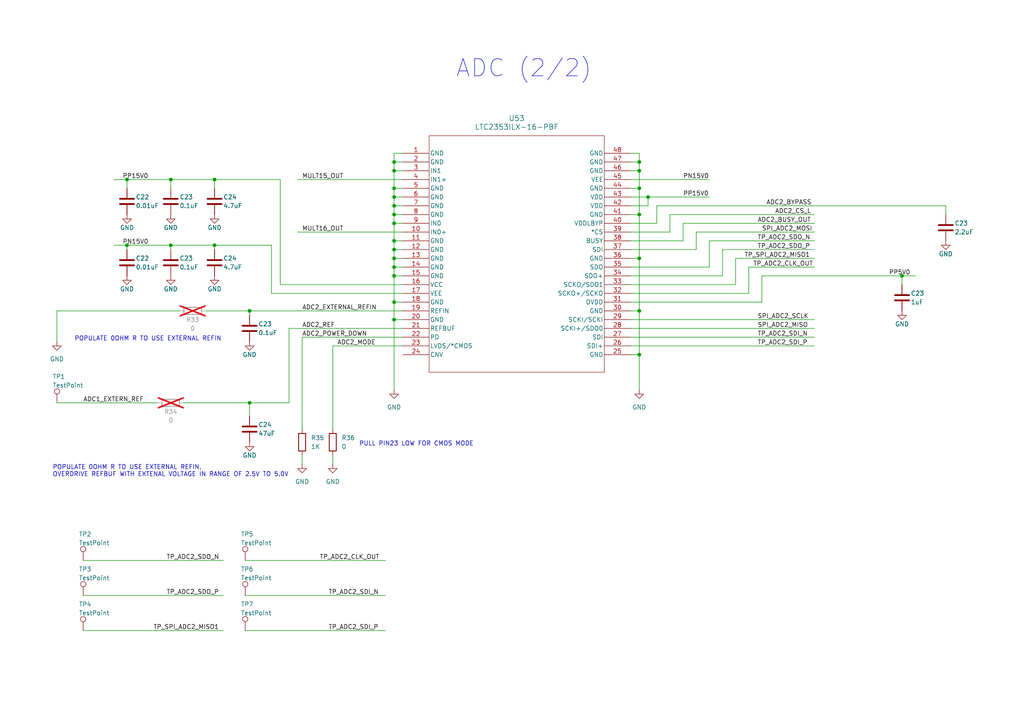
<source format=kicad_sch>
(kicad_sch (version 20230121) (generator eeschema)
  (paper "A4")
  (lib_symbols
    (symbol "Connector:TestPoint" (pin_numbers hide) (pin_names (offset 0.762) hide)
      (property "Reference" "TP" (at 0 6.858 0))
      (property "Value" "TestPoint" (at 0 5.08 0))
      (symbol "TestPoint_0_1"
        (circle (center 0 3.302) (radius 0.762))
      )
      (symbol "TestPoint_1_1"
        (pin passive line (at 0 0 90) (length 2.54) (name "1") (number "1"))
      )
    )
    (symbol "Device:C" (pin_numbers hide) (pin_names (offset 0.254))
      (property "Reference" "C" (at 0.635 2.54 0))
      (property "Value" "C" (at 0.635 -2.54 0))
      (symbol "C_0_1"
        (polyline (pts (xy -2.032 -0.762) (xy 2.032 -0.762)) (stroke (width 0.508)))
        (polyline (pts (xy -2.032 0.762) (xy 2.032 0.762)) (stroke (width 0.508)))
      )
      (symbol "C_1_1"
        (pin passive line (at 0 3.81 270) (length 2.794) (name "~") (number "1"))
        (pin passive line (at 0 -3.81 90) (length 2.794) (name "~") (number "2"))
      )
    )
    (symbol "Device:R" (pin_numbers hide) (pin_names (offset 0))
      (property "Reference" "R" (at 2.032 0 90))
      (property "Value" "R" (at 0 0 90))
      (symbol "R_0_1"
        (rectangle (start -1.016 -2.54) (end 1.016 2.54) (stroke (width 0.254)))
      )
      (symbol "R_1_1"
        (pin passive line (at 0 3.81 270) (length 1.27) (name "~") (number "1"))
        (pin passive line (at 0 -3.81 90) (length 1.27) (name "~") (number "2"))
      )
    )
    (symbol "LTC2353ILX-16-PBF:LTC2353ILX-16-PBF" (pin_names (offset 0.254))
      (property "Reference" "U" (at 33.02 10.16 0))
      (property "Value" "LTC2353ILX-16-PBF" (at 33.02 7.62 0))
      (symbol "LTC2353ILX-16-PBF_0_1"
        (polyline (pts (xy 7.62 -63.5) (xy 58.42 -63.5)) (stroke (width 0.127)))
        (polyline (pts (xy 7.62 5.08) (xy 7.62 -63.5)) (stroke (width 0.127)))
        (polyline (pts (xy 58.42 -63.5) (xy 58.42 5.08)) (stroke (width 0.127)))
        (polyline (pts (xy 58.42 5.08) (xy 7.62 5.08)) (stroke (width 0.127)))
        (pin power_out line (at 0 0 0) (length 7.62) (name "GND") (number "1"))
        (pin bidirectional line (at 0 -22.86 0) (length 7.62) (name "IN0+") (number "10"))
        (pin power_out line (at 0 -25.4 0) (length 7.62) (name "GND") (number "11"))
        (pin power_out line (at 0 -27.94 0) (length 7.62) (name "GND") (number "12"))
        (pin power_out line (at 0 -30.48 0) (length 7.62) (name "GND") (number "13"))
        (pin power_out line (at 0 -33.02 0) (length 7.62) (name "GND") (number "14"))
        (pin power_out line (at 0 -35.56 0) (length 7.62) (name "GND") (number "15"))
        (pin power_in line (at 0 -38.1 0) (length 7.62) (name "VCC") (number "16"))
        (pin power_in line (at 0 -40.64 0) (length 7.62) (name "VEE") (number "17"))
        (pin power_out line (at 0 -43.18 0) (length 7.62) (name "GND") (number "18"))
        (pin unspecified line (at 0 -45.72 0) (length 7.62) (name "REFIN") (number "19"))
        (pin power_out line (at 0 -2.54 0) (length 7.62) (name "GND") (number "2"))
        (pin power_out line (at 0 -48.26 0) (length 7.62) (name "GND") (number "20"))
        (pin unspecified line (at 0 -50.8 0) (length 7.62) (name "REFBUF") (number "21"))
        (pin unspecified line (at 0 -53.34 0) (length 7.62) (name "PD") (number "22"))
        (pin unspecified line (at 0 -55.88 0) (length 7.62) (name "LVDS/*CMOS") (number "23"))
        (pin unspecified line (at 0 -58.42 0) (length 7.62) (name "CNV") (number "24"))
        (pin power_out line (at 66.04 -58.42 180) (length 7.62) (name "GND") (number "25"))
        (pin unspecified line (at 66.04 -55.88 180) (length 7.62) (name "SDI+") (number "26"))
        (pin unspecified line (at 66.04 -53.34 180) (length 7.62) (name "SDI") (number "27"))
        (pin unspecified line (at 66.04 -50.8 180) (length 7.62) (name "SCKI+/SDO0") (number "28"))
        (pin unspecified line (at 66.04 -48.26 180) (length 7.62) (name "SCKI/SCKI") (number "29"))
        (pin input line (at 0 -5.08 0) (length 7.62) (name "IN1") (number "3"))
        (pin power_out line (at 66.04 -45.72 180) (length 7.62) (name "GND") (number "30"))
        (pin power_in line (at 66.04 -43.18 180) (length 7.62) (name "OVDD") (number "31"))
        (pin unspecified line (at 66.04 -40.64 180) (length 7.62) (name "SCKO+/SCKO") (number "32"))
        (pin unspecified line (at 66.04 -38.1 180) (length 7.62) (name "SCKO/SDO1") (number "33"))
        (pin unspecified line (at 66.04 -35.56 180) (length 7.62) (name "SDO+") (number "34"))
        (pin unspecified line (at 66.04 -33.02 180) (length 7.62) (name "SDO") (number "35"))
        (pin power_out line (at 66.04 -30.48 180) (length 7.62) (name "GND") (number "36"))
        (pin unspecified line (at 66.04 -27.94 180) (length 7.62) (name "SDI") (number "37"))
        (pin unspecified line (at 66.04 -25.4 180) (length 7.62) (name "BUSY") (number "38"))
        (pin unspecified line (at 66.04 -22.86 180) (length 7.62) (name "*CS") (number "39"))
        (pin input line (at 0 -7.62 0) (length 7.62) (name "IN1+") (number "4"))
        (pin power_in line (at 66.04 -20.32 180) (length 7.62) (name "VDDLBYP") (number "40"))
        (pin power_out line (at 66.04 -17.78 180) (length 7.62) (name "GND") (number "41"))
        (pin power_in line (at 66.04 -15.24 180) (length 7.62) (name "VDD") (number "42"))
        (pin power_in line (at 66.04 -12.7 180) (length 7.62) (name "VDD") (number "43"))
        (pin power_out line (at 66.04 -10.16 180) (length 7.62) (name "GND") (number "44"))
        (pin power_in line (at 66.04 -7.62 180) (length 7.62) (name "VEE") (number "45"))
        (pin power_out line (at 66.04 -5.08 180) (length 7.62) (name "GND") (number "46"))
        (pin power_out line (at 66.04 -2.54 180) (length 7.62) (name "GND") (number "47"))
        (pin power_out line (at 66.04 0 180) (length 7.62) (name "GND") (number "48"))
        (pin power_out line (at 0 -10.16 0) (length 7.62) (name "GND") (number "5"))
        (pin power_out line (at 0 -12.7 0) (length 7.62) (name "GND") (number "6"))
        (pin power_out line (at 0 -15.24 0) (length 7.62) (name "GND") (number "7"))
        (pin power_out line (at 0 -17.78 0) (length 7.62) (name "GND") (number "8"))
        (pin bidirectional line (at 0 -20.32 0) (length 7.62) (name "IN0") (number "9"))
      )
    )
    (symbol "power:GND" (power) (pin_names (offset 0))
      (property "Value" "GND" (at 0 -3.81 0))
      (symbol "GND_0_1"
        (polyline (pts (xy 0 0) (xy 0 -1.27) (xy 1.27 -1.27) (xy 0 -2.54) (xy -1.27 -1.27) (xy 0 -1.27)))
      )
      (symbol "GND_1_1"
        (pin power_in line (at 0 0 270) (length 0) hide (name "GND") (number "1"))
      )
    )
  )
  (junction (at 114.3 49.53))
  (junction (at 36.83 71.12))
  (junction (at 49.53 71.12))
  (junction (at 185.42 54.61))
  (junction (at 114.3 72.39))
  (junction (at 185.42 74.93))
  (junction (at 187.96 57.15))
  (junction (at 185.42 62.23))
  (junction (at 114.3 64.77))
  (junction (at 72.39 116.84))
  (junction (at 185.42 49.53))
  (junction (at 62.23 71.12))
  (junction (at 36.83 52.07))
  (junction (at 114.3 59.69))
  (junction (at 114.3 92.71))
  (junction (at 114.3 74.93))
  (junction (at 114.3 87.63))
  (junction (at 114.3 77.47))
  (junction (at 185.42 102.87))
  (junction (at 49.53 52.07))
  (junction (at 114.3 80.01))
  (junction (at 185.42 46.99))
  (junction (at 62.23 52.07))
  (junction (at 114.3 69.85))
  (junction (at 114.3 54.61))
  (junction (at 185.42 90.17))
  (junction (at 72.39 90.17))
  (junction (at 114.3 57.15))
  (junction (at 114.3 46.99))
  (junction (at 261.62 80.01))
  (junction (at 114.3 62.23))
  (wire (pts (xy 72.39 116.84) (xy 83.82 116.84)))
  (wire (pts (xy 114.3 77.47) (xy 116.84 77.47)))
  (wire (pts (xy 213.36 74.93) (xy 236.22 74.93)))
  (wire (pts (xy 36.83 52.07) (xy 49.53 52.07)))
  (wire (pts (xy 114.3 59.69) (xy 114.3 62.23)))
  (wire (pts (xy 62.23 71.12) (xy 78.74 71.12)))
  (wire (pts (xy 114.3 57.15) (xy 114.3 59.69)))
  (wire (pts (xy 96.52 100.33) (xy 116.84 100.33)))
  (wire (pts (xy 182.88 85.09) (xy 217.17 85.09)))
  (wire (pts (xy 182.88 100.33) (xy 236.22 100.33)))
  (wire (pts (xy 114.3 74.93) (xy 116.84 74.93)))
  (wire (pts (xy 182.88 90.17) (xy 185.42 90.17)))
  (wire (pts (xy 78.74 85.09) (xy 116.84 85.09)))
  (wire (pts (xy 182.88 87.63) (xy 220.98 87.63)))
  (wire (pts (xy 114.3 72.39) (xy 116.84 72.39)))
  (wire (pts (xy 182.88 52.07) (xy 205.74 52.07)))
  (wire (pts (xy 114.3 49.53) (xy 116.84 49.53)))
  (wire (pts (xy 114.3 62.23) (xy 114.3 64.77)))
  (wire (pts (xy 71.12 182.88) (xy 111.76 182.88)))
  (wire (pts (xy 182.88 77.47) (xy 205.74 77.47)))
  (wire (pts (xy 205.74 69.85) (xy 205.74 77.47)))
  (wire (pts (xy 53.34 116.84) (xy 72.39 116.84)))
  (wire (pts (xy 182.88 54.61) (xy 185.42 54.61)))
  (wire (pts (xy 72.39 90.17) (xy 116.84 90.17)))
  (wire (pts (xy 220.98 87.63) (xy 220.98 80.01)))
  (wire (pts (xy 87.63 97.79) (xy 116.84 97.79)))
  (wire (pts (xy 81.28 82.55) (xy 116.84 82.55)))
  (wire (pts (xy 114.3 80.01) (xy 116.84 80.01)))
  (wire (pts (xy 114.3 64.77) (xy 116.84 64.77)))
  (wire (pts (xy 190.5 64.77) (xy 190.5 59.69)))
  (wire (pts (xy 185.42 90.17) (xy 185.42 102.87)))
  (wire (pts (xy 209.55 72.39) (xy 236.22 72.39)))
  (wire (pts (xy 114.3 49.53) (xy 114.3 54.61)))
  (wire (pts (xy 201.93 67.31) (xy 236.22 67.31)))
  (wire (pts (xy 217.17 85.09) (xy 217.17 77.47)))
  (wire (pts (xy 49.53 52.07) (xy 49.53 54.61)))
  (wire (pts (xy 198.12 69.85) (xy 198.12 64.77)))
  (wire (pts (xy 182.88 46.99) (xy 185.42 46.99)))
  (wire (pts (xy 16.51 99.06) (xy 16.51 90.17)))
  (wire (pts (xy 194.31 67.31) (xy 194.31 62.23)))
  (wire (pts (xy 182.88 67.31) (xy 194.31 67.31)))
  (wire (pts (xy 116.84 44.45) (xy 114.3 44.45)))
  (wire (pts (xy 182.88 95.25) (xy 236.22 95.25)))
  (wire (pts (xy 114.3 44.45) (xy 114.3 46.99)))
  (wire (pts (xy 59.69 90.17) (xy 72.39 90.17)))
  (wire (pts (xy 201.93 72.39) (xy 201.93 67.31)))
  (wire (pts (xy 49.53 71.12) (xy 49.53 72.39)))
  (wire (pts (xy 182.88 80.01) (xy 209.55 80.01)))
  (wire (pts (xy 71.12 172.72) (xy 111.76 172.72)))
  (wire (pts (xy 261.62 80.01) (xy 265.43 80.01)))
  (wire (pts (xy 96.52 132.08) (xy 96.52 134.62)))
  (wire (pts (xy 114.3 69.85) (xy 114.3 72.39)))
  (wire (pts (xy 33.02 52.07) (xy 36.83 52.07)))
  (wire (pts (xy 261.62 80.01) (xy 261.62 82.55)))
  (wire (pts (xy 49.53 52.07) (xy 62.23 52.07)))
  (wire (pts (xy 62.23 52.07) (xy 81.28 52.07)))
  (wire (pts (xy 87.63 97.79) (xy 87.63 124.46)))
  (wire (pts (xy 87.63 132.08) (xy 87.63 134.62)))
  (wire (pts (xy 182.88 92.71) (xy 236.22 92.71)))
  (wire (pts (xy 185.42 54.61) (xy 185.42 62.23)))
  (wire (pts (xy 182.88 59.69) (xy 187.96 59.69)))
  (wire (pts (xy 182.88 49.53) (xy 185.42 49.53)))
  (wire (pts (xy 114.3 46.99) (xy 114.3 49.53)))
  (wire (pts (xy 194.31 62.23) (xy 236.22 62.23)))
  (wire (pts (xy 96.52 124.46) (xy 96.52 100.33)))
  (wire (pts (xy 86.36 52.07) (xy 116.84 52.07)))
  (wire (pts (xy 185.42 102.87) (xy 185.42 113.03)))
  (wire (pts (xy 182.88 64.77) (xy 190.5 64.77)))
  (wire (pts (xy 24.13 182.88) (xy 64.77 182.88)))
  (wire (pts (xy 213.36 82.55) (xy 213.36 74.93)))
  (wire (pts (xy 114.3 92.71) (xy 114.3 113.03)))
  (wire (pts (xy 198.12 64.77) (xy 236.22 64.77)))
  (wire (pts (xy 16.51 90.17) (xy 52.07 90.17)))
  (wire (pts (xy 36.83 52.07) (xy 36.83 54.61)))
  (wire (pts (xy 24.13 172.72) (xy 64.77 172.72)))
  (wire (pts (xy 49.53 71.12) (xy 62.23 71.12)))
  (wire (pts (xy 114.3 54.61) (xy 116.84 54.61)))
  (wire (pts (xy 114.3 62.23) (xy 116.84 62.23)))
  (wire (pts (xy 182.88 74.93) (xy 185.42 74.93)))
  (wire (pts (xy 16.51 116.84) (xy 45.72 116.84)))
  (wire (pts (xy 36.83 71.12) (xy 36.83 72.39)))
  (wire (pts (xy 182.88 82.55) (xy 213.36 82.55)))
  (wire (pts (xy 185.42 74.93) (xy 185.42 90.17)))
  (wire (pts (xy 185.42 49.53) (xy 185.42 54.61)))
  (wire (pts (xy 182.88 62.23) (xy 185.42 62.23)))
  (wire (pts (xy 83.82 95.25) (xy 83.82 116.84)))
  (wire (pts (xy 185.42 44.45) (xy 185.42 46.99)))
  (wire (pts (xy 114.3 69.85) (xy 116.84 69.85)))
  (wire (pts (xy 78.74 85.09) (xy 78.74 71.12)))
  (wire (pts (xy 182.88 69.85) (xy 198.12 69.85)))
  (wire (pts (xy 185.42 62.23) (xy 185.42 74.93)))
  (wire (pts (xy 24.13 162.56) (xy 64.77 162.56)))
  (wire (pts (xy 72.39 120.65) (xy 72.39 116.84)))
  (wire (pts (xy 114.3 57.15) (xy 116.84 57.15)))
  (wire (pts (xy 114.3 46.99) (xy 116.84 46.99)))
  (wire (pts (xy 114.3 87.63) (xy 114.3 92.71)))
  (wire (pts (xy 114.3 72.39) (xy 114.3 74.93)))
  (wire (pts (xy 187.96 59.69) (xy 187.96 57.15)))
  (wire (pts (xy 190.5 59.69) (xy 274.32 59.69)))
  (wire (pts (xy 182.88 72.39) (xy 201.93 72.39)))
  (wire (pts (xy 114.3 77.47) (xy 114.3 80.01)))
  (wire (pts (xy 72.39 90.17) (xy 72.39 91.44)))
  (wire (pts (xy 217.17 77.47) (xy 236.22 77.47)))
  (wire (pts (xy 62.23 71.12) (xy 62.23 72.39)))
  (wire (pts (xy 114.3 80.01) (xy 114.3 87.63)))
  (wire (pts (xy 114.3 87.63) (xy 116.84 87.63)))
  (wire (pts (xy 36.83 71.12) (xy 49.53 71.12)))
  (wire (pts (xy 71.12 162.56) (xy 111.76 162.56)))
  (wire (pts (xy 86.36 67.31) (xy 116.84 67.31)))
  (wire (pts (xy 205.74 69.85) (xy 236.22 69.85)))
  (wire (pts (xy 182.88 102.87) (xy 185.42 102.87)))
  (wire (pts (xy 81.28 52.07) (xy 81.28 82.55)))
  (wire (pts (xy 209.55 80.01) (xy 209.55 72.39)))
  (wire (pts (xy 114.3 54.61) (xy 114.3 57.15)))
  (wire (pts (xy 62.23 52.07) (xy 62.23 54.61)))
  (wire (pts (xy 182.88 57.15) (xy 187.96 57.15)))
  (wire (pts (xy 114.3 74.93) (xy 114.3 77.47)))
  (wire (pts (xy 114.3 92.71) (xy 116.84 92.71)))
  (wire (pts (xy 182.88 44.45) (xy 185.42 44.45)))
  (wire (pts (xy 114.3 59.69) (xy 116.84 59.69)))
  (wire (pts (xy 187.96 57.15) (xy 205.74 57.15)))
  (wire (pts (xy 220.98 80.01) (xy 261.62 80.01)))
  (wire (pts (xy 33.02 71.12) (xy 36.83 71.12)))
  (wire (pts (xy 274.32 59.69) (xy 274.32 62.23)))
  (wire (pts (xy 83.82 95.25) (xy 116.84 95.25)))
  (wire (pts (xy 185.42 46.99) (xy 185.42 49.53)))
  (wire (pts (xy 114.3 64.77) (xy 114.3 69.85)))
  (wire (pts (xy 182.88 97.79) (xy 236.22 97.79)))
  (text "POPULATE 0OHM R TO USE EXTERNAL REFIN" (at 21.59 99.06 0) (effects (font (size 1.27 1.27)) (justify left bottom)))
  (text "POPULATE 0OHM R TO USE EXTERNAL REFIN.\nOVERDRIVE REFBUF WITH EXTENAL VOLTAGE IN RANGE OF 2.5V TO 5.0V" (at 15.24 138.43 0) (effects (font (size 1.27 1.27)) (justify left bottom)))
  (text "PULL PIN23 LOW FOR CMOS MODE" (at 104.14 129.54 0) (effects (font (size 1.27 1.27)) (justify left bottom)))
  (text "ADC (2/2)" (at 132.08 22.86 0) (effects (font (size 5 5)) (justify left bottom)))
  (label "TP_ADC2_SDI_N" (at 95.25 172.72 0))
  (label "TP_ADC2_SDI_P" (at 95.25 182.88 0))
  (label "TP_SPI_ADC2_MISO1" (at 44.45 182.88 0))
  (label "SPI_ADC2_MOSI" (at 220.98 67.31 0))
  (label "SPI_ADC2_SCLK" (at 219.71 92.71 0))
  (label "TP_ADC2_SDO_N" (at 219.71 69.85 0))
  (label "PP15V0" (at 198.12 57.15 0))
  (label "MULT16_OUT" (at 87.63 67.31 0))
  (label "ADC2_BYPASS" (at 222.25 59.69 0))
  (label "ADC2_POWER_DOWN" (at 87.63 97.79 0))
  (label "TP_ADC2_SDO_N" (at 48.26 162.56 0))
  (label "TP_ADC2_SDI_P" (at 219.71 100.33 0))
  (label "PN15V0" (at 198.12 52.07 0))
  (label "ADC2_BUSY_OUT" (at 219.71 64.77 0))
  (label "TP_ADC2_SDO_P" (at 219.71 72.39 0))
  (label "TP_SPI_ADC2_MISO1" (at 215.9 74.93 0))
  (label "PP5V0" (at 257.81 80.01 0))
  (label "PP15V0" (at 35.56 52.07 0))
  (label "TP_ADC2_SDI_N" (at 219.71 97.79 0))
  (label "TP_ADC2_CLK_OUT" (at 92.71 162.56 0))
  (label "SPI_ADC2_MISO" (at 219.71 95.25 0))
  (label "TP_ADC2_SDO_P" (at 48.26 172.72 0))
  (label "ADC2_EXTERNAL_REFIN" (at 87.63 90.17 0))
  (label "TP_ADC2_CLK_OUT" (at 218.44 77.47 0))
  (label "MULT15_OUT" (at 87.63 52.07 0))
  (label "ADC1_EXTERN_REF" (at 24.13 116.84 0))
  (label "ADC2_CS_L" (at 224.79 62.23 0))
  (label "PN15V0" (at 35.56 71.12 0))
  (label "ADC2_REF" (at 87.63 95.25 0))
  (label "ADC2_MODE" (at 97.79 100.33 0))
  (symbol (lib_id "power:GND") (at 49.53 62.23 0) (unit 1)
    (property "Reference" "#PWR035" (effects hide))
    (property "Value" "GND" (at 49.53 66.04 0))
    (instances (project "fydp" (path "" (reference "#PWR035") (unit 1)) (path "" (reference "#PWR070") (unit 1)) (path "" (reference "#PWR0106") (unit 1)) (path "" (reference "#PWR0142") (unit 1)) (path "" (reference "#PWR0214") (unit 1)) (path "" (reference "#PWR0178") (unit 1)) (path "" (reference "#PWR0250") (unit 1)) (path "" (reference "#PWR0286") (unit 1)) (path "" (reference "#PWR0100") (unit 1)) (path "" (reference "#PWR0311") (unit 1))))
  )
  (symbol (lib_id "power:GND") (at 49.53 80.01 0) (unit 1)
    (property "Reference" "#PWR035" (effects hide))
    (property "Value" "GND" (at 49.53 83.82 0))
    (instances (project "fydp" (path "" (reference "#PWR035") (unit 1)) (path "" (reference "#PWR070") (unit 1)) (path "" (reference "#PWR0106") (unit 1)) (path "" (reference "#PWR0142") (unit 1)) (path "" (reference "#PWR0214") (unit 1)) (path "" (reference "#PWR0178") (unit 1)) (path "" (reference "#PWR0250") (unit 1)) (path "" (reference "#PWR0286") (unit 1)) (path "" (reference "#PWR0171") (unit 1)) (path "" (reference "#PWR0312") (unit 1))))
  )
  (symbol (lib_id "Connector:TestPoint") (at 71.12 162.56 0) (unit 1)
    (property "Reference" "TP5" (at 69.85 154.94 0) (effects (justify left)))
    (property "Value" "TestPoint" (at 69.85 157.48 0) (effects (justify left)))
    (property "Footprint" "TestPoint:TestPoint_Pad_1.0x1.0mm" (effects hide))
    (instances (project "fydp" (path "" (reference "TP5") (unit 1)) (path "" (reference "TP12") (unit 1))))
  )
  (symbol (lib_id "Device:C") (at 261.62 86.36 0) (unit 1)
    (property "Reference" "C23" (at 264.16 85.09 0) (effects (justify left)))
    (property "Value" "1uF" (at 264.16 87.63 0) (effects (justify left)))
    (property "Footprint" "Capacitor_SMD:C_0805_2012Metric" (effects hide))
    (instances (project "fydp" (path "" (reference "C23") (unit 1)) (path "" (reference "C46") (unit 1)) (path "" (reference "C70") (unit 1)) (path "" (reference "C94") (unit 1)) (path "" (reference "C142") (unit 1)) (path "" (reference "C118") (unit 1)) (path "" (reference "C166") (unit 1)) (path "" (reference "C190") (unit 1)) (path "" (reference "C214") (unit 1)) (path "" (reference "C223") (unit 1))))
  )
  (symbol (lib_id "Device:C") (at 36.83 58.42 0) (unit 1)
    (property "Reference" "C22" (at 39.37 57.15 0) (effects (justify left)))
    (property "Value" "0.01uF" (at 39.37 59.69 0) (effects (justify left)))
    (property "Footprint" "Capacitor_SMD:C_0805_2012Metric" (effects hide))
    (instances (project "fydp" (path "" (reference "C22") (unit 1)) (path "" (reference "C44") (unit 1)) (path "" (reference "C68") (unit 1)) (path "" (reference "C92") (unit 1)) (path "" (reference "C140") (unit 1)) (path "" (reference "C116") (unit 1)) (path "" (reference "C164") (unit 1)) (path "" (reference "C188") (unit 1)) (path "" (reference "C205") (unit 1)) (path "" (reference "C215") (unit 1))))
  )
  (symbol (lib_id "Device:R") (at 96.52 128.27 0) (unit 1)
    (property "Reference" "R36" (at 99.06 127 0) (effects (justify left)))
    (property "Value" "0" (at 99.06 129.54 0) (effects (justify left)))
    (property "Footprint" "Resistor_SMD:R_0805_2012Metric" (effects hide))
    (instances (project "fydp" (path "" (reference "R36") (unit 1)) (path "" (reference "R40") (unit 1))))
  )
  (symbol (lib_id "power:GND") (at 62.23 62.23 0) (unit 1)
    (property "Reference" "#PWR036" (effects hide))
    (property "Value" "GND" (at 62.23 66.04 0))
    (instances (project "fydp" (path "" (reference "#PWR036") (unit 1)) (path "" (reference "#PWR072") (unit 1)) (path "" (reference "#PWR0108") (unit 1)) (path "" (reference "#PWR0144") (unit 1)) (path "" (reference "#PWR0216") (unit 1)) (path "" (reference "#PWR0180") (unit 1)) (path "" (reference "#PWR0252") (unit 1)) (path "" (reference "#PWR0288") (unit 1)) (path "" (reference "#PWR0135") (unit 1)) (path "" (reference "#PWR0313") (unit 1))))
  )
  (symbol (lib_id "power:GND") (at 274.32 69.85 0) (unit 1)
    (property "Reference" "#PWR035" (effects hide))
    (property "Value" "GND" (at 274.32 73.66 0))
    (instances (project "fydp" (path "" (reference "#PWR035") (unit 1)) (path "" (reference "#PWR070") (unit 1)) (path "" (reference "#PWR0106") (unit 1)) (path "" (reference "#PWR0142") (unit 1)) (path "" (reference "#PWR0214") (unit 1)) (path "" (reference "#PWR0178") (unit 1)) (path "" (reference "#PWR0250") (unit 1)) (path "" (reference "#PWR0286") (unit 1)) (path "" (reference "#PWR0306") (unit 1)) (path "" (reference "#PWR0322") (unit 1))))
  )
  (symbol (lib_id "power:GND") (at 36.83 62.23 0) (unit 1)
    (property "Reference" "#PWR034" (effects hide))
    (property "Value" "GND" (at 36.83 66.04 0))
    (instances (project "fydp" (path "" (reference "#PWR034") (unit 1)) (path "" (reference "#PWR068") (unit 1)) (path "" (reference "#PWR0104") (unit 1)) (path "" (reference "#PWR0140") (unit 1)) (path "" (reference "#PWR0212") (unit 1)) (path "" (reference "#PWR0176") (unit 1)) (path "" (reference "#PWR0248") (unit 1)) (path "" (reference "#PWR0284") (unit 1)) (path "" (reference "#PWR099") (unit 1)) (path "" (reference "#PWR0309") (unit 1))))
  )
  (symbol (lib_id "Device:R") (at 49.53 116.84 270) (unit 1) (dnp yes)
    (property "Reference" "R34" (at 49.53 119.38 90))
    (property "Value" "0" (at 49.53 121.92 90))
    (property "Footprint" "Resistor_SMD:R_0805_2012Metric" (effects hide))
    (instances (project "fydp" (path "" (reference "R34") (unit 1)) (path "" (reference "R37") (unit 1))))
  )
  (symbol (lib_id "power:GND") (at 16.51 99.06 0) (unit 1)
    (property "Reference" "#PWR0208" (effects hide))
    (property "Value" "GND" (at 16.51 104.14 0))
    (instances (project "fydp" (path "" (reference "#PWR0208") (unit 1)) (path "" (reference "#PWR0308") (unit 1))))
  )
  (symbol (lib_id "Connector:TestPoint") (at 16.51 116.84 0) (unit 1)
    (property "Reference" "TP1" (at 15.24 109.22 0) (effects (justify left)))
    (property "Value" "TestPoint" (at 15.24 111.76 0) (effects (justify left)))
    (property "Footprint" "TestPoint:TestPoint_Pad_1.0x1.0mm" (effects hide))
    (instances (project "fydp" (path "" (reference "TP1") (unit 1)) (path "" (reference "TP8") (unit 1))))
  )
  (symbol (lib_id "power:GND") (at 185.42 113.03 0) (unit 1)
    (property "Reference" "#PWR0305" (effects hide))
    (property "Value" "GND" (at 185.42 118.11 0))
    (instances (project "fydp" (path "" (reference "#PWR0305") (unit 1)) (path "" (reference "#PWR0320") (unit 1))))
  )
  (symbol (lib_id "power:GND") (at 114.3 113.03 0) (unit 1)
    (property "Reference" "#PWR0244" (effects hide))
    (property "Value" "GND" (at 114.3 118.11 0))
    (instances (project "fydp" (path "" (reference "#PWR0244") (unit 1)) (path "" (reference "#PWR0319") (unit 1))))
  )
  (symbol (lib_id "Connector:TestPoint") (at 24.13 162.56 0) (unit 1)
    (property "Reference" "TP2" (at 22.86 154.94 0) (effects (justify left)))
    (property "Value" "TestPoint" (at 22.86 157.48 0) (effects (justify left)))
    (property "Footprint" "TestPoint:TestPoint_Pad_1.0x1.0mm" (effects hide))
    (instances (project "fydp" (path "" (reference "TP2") (unit 1)) (path "" (reference "TP9") (unit 1))))
  )
  (symbol (lib_id "Connector:TestPoint") (at 71.12 172.72 0) (unit 1)
    (property "Reference" "TP6" (at 69.85 165.1 0) (effects (justify left)))
    (property "Value" "TestPoint" (at 69.85 167.64 0) (effects (justify left)))
    (property "Footprint" "TestPoint:TestPoint_Pad_1.0x1.0mm" (effects hide))
    (instances (project "fydp" (path "" (reference "TP6") (unit 1)) (path "" (reference "TP13") (unit 1))))
  )
  (symbol (lib_id "Device:C") (at 62.23 76.2 0) (unit 1)
    (property "Reference" "C24" (at 64.77 74.93 0) (effects (justify left)))
    (property "Value" "4.7uF" (at 64.77 77.47 0) (effects (justify left)))
    (property "Footprint" "Capacitor_SMD:C_0805_2012Metric" (effects hide))
    (instances (project "fydp" (path "" (reference "C24") (unit 1)) (path "" (reference "C48") (unit 1)) (path "" (reference "C72") (unit 1)) (path "" (reference "C96") (unit 1)) (path "" (reference "C144") (unit 1)) (path "" (reference "C120") (unit 1)) (path "" (reference "C168") (unit 1)) (path "" (reference "C192") (unit 1)) (path "" (reference "C210") (unit 1)) (path "" (reference "C220") (unit 1))))
  )
  (symbol (lib_id "power:GND") (at 87.63 134.62 0) (unit 1)
    (property "Reference" "#PWR0279" (effects hide))
    (property "Value" "GND" (at 87.63 139.7 0))
    (instances (project "fydp" (path "" (reference "#PWR0279") (unit 1)) (path "" (reference "#PWR0317") (unit 1))))
  )
  (symbol (lib_id "Device:R") (at 55.88 90.17 270) (unit 1) (dnp yes)
    (property "Reference" "R33" (at 55.88 92.71 90))
    (property "Value" "0" (at 55.88 95.25 90))
    (property "Footprint" "Resistor_SMD:R_0805_2012Metric" (effects hide))
    (instances (project "fydp" (path "" (reference "R33") (unit 1)) (path "" (reference "R38") (unit 1))))
  )
  (symbol (lib_id "power:GND") (at 36.83 80.01 0) (unit 1)
    (property "Reference" "#PWR034" (effects hide))
    (property "Value" "GND" (at 36.83 83.82 0))
    (instances (project "fydp" (path "" (reference "#PWR034") (unit 1)) (path "" (reference "#PWR068") (unit 1)) (path "" (reference "#PWR0104") (unit 1)) (path "" (reference "#PWR0140") (unit 1)) (path "" (reference "#PWR0212") (unit 1)) (path "" (reference "#PWR0176") (unit 1)) (path "" (reference "#PWR0248") (unit 1)) (path "" (reference "#PWR0284") (unit 1)) (path "" (reference "#PWR0136") (unit 1)) (path "" (reference "#PWR0310") (unit 1))))
  )
  (symbol (lib_id "power:GND") (at 261.62 90.17 0) (unit 1)
    (property "Reference" "#PWR035" (effects hide))
    (property "Value" "GND" (at 261.62 93.98 0))
    (instances (project "fydp" (path "" (reference "#PWR035") (unit 1)) (path "" (reference "#PWR070") (unit 1)) (path "" (reference "#PWR0106") (unit 1)) (path "" (reference "#PWR0142") (unit 1)) (path "" (reference "#PWR0214") (unit 1)) (path "" (reference "#PWR0178") (unit 1)) (path "" (reference "#PWR0250") (unit 1)) (path "" (reference "#PWR0286") (unit 1)) (path "" (reference "#PWR0307") (unit 1)) (path "" (reference "#PWR0321") (unit 1))))
  )
  (symbol (lib_id "Device:C") (at 49.53 76.2 0) (unit 1)
    (property "Reference" "C23" (at 52.07 74.93 0) (effects (justify left)))
    (property "Value" "0.1uF" (at 52.07 77.47 0) (effects (justify left)))
    (property "Footprint" "Capacitor_SMD:C_0805_2012Metric" (effects hide))
    (instances (project "fydp" (path "" (reference "C23") (unit 1)) (path "" (reference "C46") (unit 1)) (path "" (reference "C70") (unit 1)) (path "" (reference "C94") (unit 1)) (path "" (reference "C142") (unit 1)) (path "" (reference "C118") (unit 1)) (path "" (reference "C166") (unit 1)) (path "" (reference "C190") (unit 1)) (path "" (reference "C209") (unit 1)) (path "" (reference "C218") (unit 1))))
  )
  (symbol (lib_id "Device:C") (at 62.23 58.42 0) (unit 1)
    (property "Reference" "C24" (at 64.77 57.15 0) (effects (justify left)))
    (property "Value" "4.7uF" (at 64.77 59.69 0) (effects (justify left)))
    (property "Footprint" "Capacitor_SMD:C_0805_2012Metric" (effects hide))
    (instances (project "fydp" (path "" (reference "C24") (unit 1)) (path "" (reference "C48") (unit 1)) (path "" (reference "C72") (unit 1)) (path "" (reference "C96") (unit 1)) (path "" (reference "C144") (unit 1)) (path "" (reference "C120") (unit 1)) (path "" (reference "C168") (unit 1)) (path "" (reference "C192") (unit 1)) (path "" (reference "C207") (unit 1)) (path "" (reference "C219") (unit 1))))
  )
  (symbol (lib_id "Device:C") (at 72.39 95.25 0) (unit 1)
    (property "Reference" "C23" (at 74.93 93.98 0) (effects (justify left)))
    (property "Value" "0.1uF" (at 74.93 96.52 0) (effects (justify left)))
    (property "Footprint" "Capacitor_SMD:C_0805_2012Metric" (effects hide))
    (instances (project "fydp" (path "" (reference "C23") (unit 1)) (path "" (reference "C46") (unit 1)) (path "" (reference "C70") (unit 1)) (path "" (reference "C94") (unit 1)) (path "" (reference "C142") (unit 1)) (path "" (reference "C118") (unit 1)) (path "" (reference "C166") (unit 1)) (path "" (reference "C190") (unit 1)) (path "" (reference "C211") (unit 1)) (path "" (reference "C221") (unit 1))))
  )
  (symbol (lib_id "Device:C") (at 36.83 76.2 0) (unit 1)
    (property "Reference" "C22" (at 39.37 74.93 0) (effects (justify left)))
    (property "Value" "0.01uF" (at 39.37 77.47 0) (effects (justify left)))
    (property "Footprint" "Capacitor_SMD:C_0805_2012Metric" (effects hide))
    (instances (project "fydp" (path "" (reference "C22") (unit 1)) (path "" (reference "C44") (unit 1)) (path "" (reference "C68") (unit 1)) (path "" (reference "C92") (unit 1)) (path "" (reference "C140") (unit 1)) (path "" (reference "C116") (unit 1)) (path "" (reference "C164") (unit 1)) (path "" (reference "C188") (unit 1)) (path "" (reference "C208") (unit 1)) (path "" (reference "C216") (unit 1))))
  )
  (symbol (lib_id "Device:C") (at 72.39 124.46 0) (unit 1)
    (property "Reference" "C24" (at 74.93 123.19 0) (effects (justify left)))
    (property "Value" "47uF" (at 74.93 125.73 0) (effects (justify left)))
    (property "Footprint" "Capacitor_SMD:C_0805_2012Metric" (effects hide))
    (instances (project "fydp" (path "" (reference "C24") (unit 1)) (path "" (reference "C48") (unit 1)) (path "" (reference "C72") (unit 1)) (path "" (reference "C96") (unit 1)) (path "" (reference "C144") (unit 1)) (path "" (reference "C120") (unit 1)) (path "" (reference "C168") (unit 1)) (path "" (reference "C192") (unit 1)) (path "" (reference "C212") (unit 1)) (path "" (reference "C222") (unit 1))))
  )
  (symbol (lib_id "power:GND") (at 72.39 128.27 0) (unit 1)
    (property "Reference" "#PWR036" (effects hide))
    (property "Value" "GND" (at 72.39 132.08 0))
    (instances (project "fydp" (path "" (reference "#PWR036") (unit 1)) (path "" (reference "#PWR072") (unit 1)) (path "" (reference "#PWR0108") (unit 1)) (path "" (reference "#PWR0144") (unit 1)) (path "" (reference "#PWR0216") (unit 1)) (path "" (reference "#PWR0180") (unit 1)) (path "" (reference "#PWR0252") (unit 1)) (path "" (reference "#PWR0288") (unit 1)) (path "" (reference "#PWR0243") (unit 1)) (path "" (reference "#PWR0316") (unit 1))))
  )
  (symbol (lib_id "LTC2353ILX-16-PBF:LTC2353ILX-16-PBF") (at 116.84 44.45 0) (unit 1)
    (property "Reference" "U53" (at 149.86 34.29 0) (effects (font (size 1.524 1.524))))
    (property "Value" "LTC2353ILX-16-PBF" (at 149.86 36.83 0) (effects (font (size 1.524 1.524))))
    (property "Footprint" "QFP_48_ADI" (effects hide))
    (property "Datasheet" "LTC2353ILX-16-PBF" (effects hide))
    (instances (project "fydp" (path "" (reference "U53") (unit 1)) (path "" (reference "U54") (unit 1))))
  )
  (symbol (lib_id "Connector:TestPoint") (at 24.13 172.72 0) (unit 1)
    (property "Reference" "TP3" (at 22.86 165.1 0) (effects (justify left)))
    (property "Value" "TestPoint" (at 22.86 167.64 0) (effects (justify left)))
    (property "Footprint" "TestPoint:TestPoint_Pad_1.0x1.0mm" (effects hide))
    (instances (project "fydp" (path "" (reference "TP3") (unit 1)) (path "" (reference "TP10") (unit 1))))
  )
  (symbol (lib_id "Connector:TestPoint") (at 71.12 182.88 0) (unit 1)
    (property "Reference" "TP7" (at 69.85 175.26 0) (effects (justify left)))
    (property "Value" "TestPoint" (at 69.85 177.8 0) (effects (justify left)))
    (property "Footprint" "TestPoint:TestPoint_Pad_1.0x1.0mm" (effects hide))
    (instances (project "fydp" (path "" (reference "TP7") (unit 1)) (path "" (reference "TP14") (unit 1))))
  )
  (symbol (lib_id "Device:R") (at 87.63 128.27 0) (unit 1)
    (property "Reference" "R35" (at 90.17 127 0) (effects (justify left)))
    (property "Value" "1K" (at 90.17 129.54 0) (effects (justify left)))
    (property "Footprint" "Resistor_SMD:R_0805_2012Metric" (effects hide))
    (instances (project "fydp" (path "" (reference "R35") (unit 1)) (path "" (reference "R39") (unit 1))))
  )
  (symbol (lib_id "Device:C") (at 274.32 66.04 0) (unit 1)
    (property "Reference" "C23" (at 276.86 64.77 0) (effects (justify left)))
    (property "Value" "2.2uF" (at 276.86 67.31 0) (effects (justify left)))
    (property "Footprint" "Capacitor_SMD:C_0805_2012Metric" (effects hide))
    (instances (project "fydp" (path "" (reference "C23") (unit 1)) (path "" (reference "C46") (unit 1)) (path "" (reference "C70") (unit 1)) (path "" (reference "C94") (unit 1)) (path "" (reference "C142") (unit 1)) (path "" (reference "C118") (unit 1)) (path "" (reference "C166") (unit 1)) (path "" (reference "C190") (unit 1)) (path "" (reference "C213") (unit 1)) (path "" (reference "C224") (unit 1))))
  )
  (symbol (lib_id "power:GND") (at 72.39 99.06 0) (unit 1)
    (property "Reference" "#PWR035" (effects hide))
    (property "Value" "GND" (at 72.39 102.87 0))
    (instances (project "fydp" (path "" (reference "#PWR035") (unit 1)) (path "" (reference "#PWR070") (unit 1)) (path "" (reference "#PWR0106") (unit 1)) (path "" (reference "#PWR0142") (unit 1)) (path "" (reference "#PWR0214") (unit 1)) (path "" (reference "#PWR0178") (unit 1)) (path "" (reference "#PWR0250") (unit 1)) (path "" (reference "#PWR0286") (unit 1)) (path "" (reference "#PWR0207") (unit 1)) (path "" (reference "#PWR0315") (unit 1))))
  )
  (symbol (lib_id "power:GND") (at 96.52 134.62 0) (unit 1)
    (property "Reference" "#PWR0280" (effects hide))
    (property "Value" "GND" (at 96.52 139.7 0))
    (instances (project "fydp" (path "" (reference "#PWR0280") (unit 1)) (path "" (reference "#PWR0318") (unit 1))))
  )
  (symbol (lib_id "power:GND") (at 62.23 80.01 0) (unit 1)
    (property "Reference" "#PWR036" (effects hide))
    (property "Value" "GND" (at 62.23 83.82 0))
    (instances (project "fydp" (path "" (reference "#PWR036") (unit 1)) (path "" (reference "#PWR072") (unit 1)) (path "" (reference "#PWR0108") (unit 1)) (path "" (reference "#PWR0144") (unit 1)) (path "" (reference "#PWR0216") (unit 1)) (path "" (reference "#PWR0180") (unit 1)) (path "" (reference "#PWR0252") (unit 1)) (path "" (reference "#PWR0288") (unit 1)) (path "" (reference "#PWR0172") (unit 1)) (path "" (reference "#PWR0314") (unit 1))))
  )
  (symbol (lib_id "Device:C") (at 49.53 58.42 0) (unit 1)
    (property "Reference" "C23" (at 52.07 57.15 0) (effects (justify left)))
    (property "Value" "0.1uF" (at 52.07 59.69 0) (effects (justify left)))
    (property "Footprint" "Capacitor_SMD:C_0805_2012Metric" (effects hide))
    (instances (project "fydp" (path "" (reference "C23") (unit 1)) (path "" (reference "C46") (unit 1)) (path "" (reference "C70") (unit 1)) (path "" (reference "C94") (unit 1)) (path "" (reference "C142") (unit 1)) (path "" (reference "C118") (unit 1)) (path "" (reference "C166") (unit 1)) (path "" (reference "C190") (unit 1)) (path "" (reference "C206") (unit 1)) (path "" (reference "C217") (unit 1))))
  )
  (symbol (lib_id "Connector:TestPoint") (at 24.13 182.88 0) (unit 1)
    (property "Reference" "TP4" (at 22.86 175.26 0) (effects (justify left)))
    (property "Value" "TestPoint" (at 22.86 177.8 0) (effects (justify left)))
    (property "Footprint" "TestPoint:TestPoint_Pad_1.0x1.0mm" (effects hide))
    (instances (project "fydp" (path "" (reference "TP4") (unit 1)) (path "" (reference "TP11") (unit 1))))
  )
)
</source>
